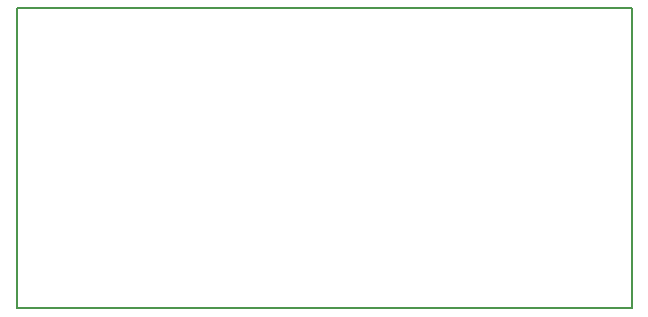
<source format=gbr>
G04 #@! TF.GenerationSoftware,KiCad,Pcbnew,5.0.0-fee4fd1~65~ubuntu17.10.1*
G04 #@! TF.CreationDate,2018-12-12T13:05:03-05:00*
G04 #@! TF.ProjectId,audio_test,617564696F5F746573742E6B69636164,rev?*
G04 #@! TF.SameCoordinates,Original*
G04 #@! TF.FileFunction,Profile,NP*
%FSLAX46Y46*%
G04 Gerber Fmt 4.6, Leading zero omitted, Abs format (unit mm)*
G04 Created by KiCad (PCBNEW 5.0.0-fee4fd1~65~ubuntu17.10.1) date Wed Dec 12 13:05:03 2018*
%MOMM*%
%LPD*%
G01*
G04 APERTURE LIST*
%ADD10C,0.200000*%
G04 APERTURE END LIST*
D10*
X13970000Y-39370000D02*
X13970000Y-13970000D01*
X66040000Y-39370000D02*
X13970000Y-39370000D01*
X66040000Y-13970000D02*
X66040000Y-39370000D01*
X13970000Y-13970000D02*
X66040000Y-13970000D01*
M02*

</source>
